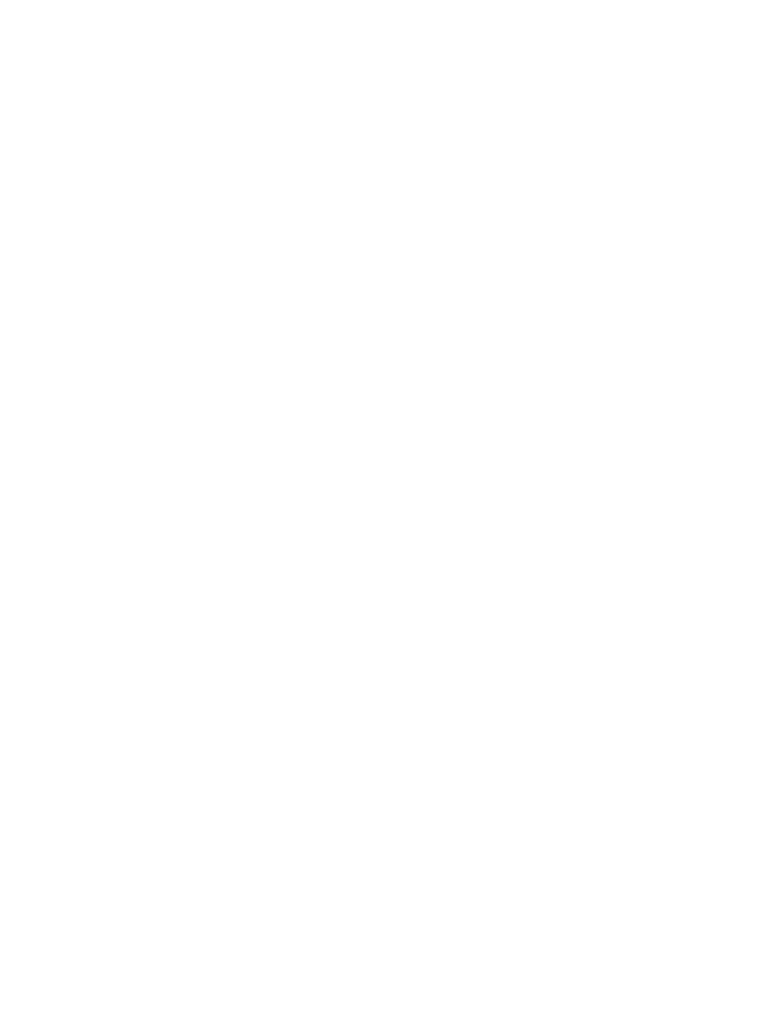
<source format=kicad_pcb>

(kicad_pcb
	(version 20241229)
	(generator "pcbnew")
	(generator_version "9.0")
	(general
		(thickness 1.6)
		(legacy_teardrops no)
	)
	(paper "A4")
	(layers
		(0 "F.Cu" signal)
		(4 "In1.Cu" signal)
		(6 "In2.Cu" signal)
		(2 "B.Cu" signal)
		(9 "F.Adhes" user "F.Adhesive")
		(11 "B.Adhes" user "B.Adhesive")
		(13 "F.Paste" user)
		(15 "B.Paste" user)
		(5 "F.SilkS" user "F.Silkscreen")
		(7 "B.SilkS" user "B.Silkscreen")
		(1 "F.Mask" user)
		(3 "B.Mask" user)
		(17 "Dwgs.User" user "User.Drawings")
		(19 "Cmts.User" user "User.Comments")
		(21 "Eco1.User" user "User.Eco1")
		(23 "Eco2.User" user "User.Eco2")
		(25 "Edge.Cuts" user)
		(27 "Margin" user)
		(31 "F.CrtYd" user "F.Courtyard")
		(29 "B.CrtYd" user "B.Courtyard")
		(35 "F.Fab" user)
		(33 "B.Fab" user)
		(39 "User.1" user)
		(41 "User.2" user)
		(43 "User.3" user)
		(45 "User.4" user)
	)
	(setup
		(stackup
			(layer "F.SilkS"
				(type "Top Silk Screen")
			)
			(layer "F.Paste"
				(type "Top Solder Paste")
			)
			(layer "F.Mask"
				(type "Top Solder Mask")
				(thickness 0.01)
			)
			(layer "F.Cu"
				(type "copper")
				(thickness 0.035)
			)
			(layer "dielectric 1"
				(type "prepreg")
				(thickness 0.1)
				(material "FR4")
				(epsilon_r 4.5)
				(loss_tangent 0.02)
			)
			(layer "In1.Cu"
				(type "copper")
				(thickness 0.035)
			)
			(layer "dielectric 2"
				(type "core")
				(thickness 1.24)
				(material "FR4")
				(epsilon_r 4.5)
				(loss_tangent 0.02)
			)
			(layer "In2.Cu"
				(type "copper")
				(thickness 0.035)
			)
			(layer "dielectric 3"
				(type "prepreg")
				(thickness 0.1)
				(material "FR4")
				(epsilon_r 4.5)
				(loss_tangent 0.02)
			)
			(layer "B.Cu"
				(type "copper")
				(thickness 0.035)
			)
			(layer "B.Mask"
				(type "Bottom Solder Mask")
				(thickness 0.01)
			)
			(layer "B.Paste"
				(type "Bottom Solder Paste")
			)
			(layer "B.SilkS"
				(type "Bottom Silk Screen")
			)
			(copper_finish "None")
			(dielectric_constraints no)
		)
        )






	(gr_rect
		(start 0 0)
		(end   43.2 27.9)
		(stroke (width 0.2) (type solid))
		(fill no)
		(layer "F.Fab")
	)

	(gr_line
		(start 3.900000000000002 0)
		(end 3.900000000000002 27.9)
		(stroke
			(width 0.2)
			(type default)
		)
		(layer F.Fab)
	)

	(gr_line
		(start 17.55 0)
		(end 17.55 27.9)
		(stroke
			(width 0.2)
			(type default)
		)
		(layer F.Fab)
	)

	(gr_line
		(start 25.650000000000002 0)
		(end 25.650000000000002 27.9)
		(stroke
			(width 0.2)
			(type default)
		)
		(layer F.Fab)
	)

	(gr_line
		(start 39.3 0)
		(end 39.3 27.9)
		(stroke
			(width 0.2)
			(type default)
		)
		(layer F.Fab)
	)

	(gr_arc
		(start 8.687500000000002 27.9)
		(mid 11.283266151734225 34.16673384826577)
		(end 17.55 36.7625)
		(stroke
			(width 3.5749999999999993)
			(type solid)
		)
		(layer "In1.Cu")
	)

	(gr_arc
		(start 25.650000000000002 36.7625)
		(mid 31.916733848265775 34.16673384826577)
		(end 34.512499999999996 27.9)
		(stroke
			(width 3.5749999999999993)
			(type solid)
		)
		(layer "In1.Cu")
	)

	(gr_arc
		(start 34.512499999999996 0)
		(mid 31.916733848265775 -6.266733848265775)
		(end 25.650000000000002 -8.862499999999999)
		(stroke
			(width 3.5749999999999993)
			(type solid)
		)
		(layer "In1.Cu")
	)

	(gr_line
		(start 8.687500000000002 0)
		(end 8.687500000000002 27.9)
		(stroke
			(width 3.5749999999999993)
			(type default)
		)
		(layer In1.Cu)
	)

	(gr_line
		(start 17.55 36.7625)
		(end 25.650000000000002 36.7625)
		(stroke
			(width 3.5749999999999993)
			(type default)
		)
		(layer In1.Cu)
	)

	(gr_line
		(start 34.512499999999996 27.9)
		(end 34.512499999999996 0)
		(stroke
			(width 3.5749999999999993)
			(type default)
		)
		(layer In1.Cu)
	)

	(gr_line
		(start 25.650000000000002 -8.862499999999999)
		(end 21.625 -8.862499999999999)
		(stroke
			(width 3.5749999999999993)
			(type default)
		)
		(layer In1.Cu)
	)

	(gr_arc
		(start 12.762500000000001 27.9)
		(mid 14.164726285069403 31.285273714930597)
		(end 17.55 32.6875)
		(stroke
			(width 3.5749999999999993)
			(type solid)
		)
		(layer "In1.Cu")
	)

	(gr_arc
		(start 25.650000000000002 32.6875)
		(mid 29.035273714930597 31.285273714930593)
		(end 30.437499999999996 27.9)
		(stroke
			(width 3.5749999999999993)
			(type solid)
		)
		(layer "In1.Cu")
	)

	(gr_arc
		(start 30.437499999999996 0)
		(mid 29.035273714930597 -3.3852737149305945)
		(end 25.650000000000002 -4.7875)
		(stroke
			(width 3.5749999999999993)
			(type solid)
		)
		(layer "In1.Cu")
	)

	(gr_line
		(start 12.762500000000001 0)
		(end 12.762500000000001 27.9)
		(stroke
			(width 3.5749999999999993)
			(type default)
		)
		(layer In1.Cu)
	)

	(gr_line
		(start 17.55 32.6875)
		(end 25.650000000000002 32.6875)
		(stroke
			(width 3.5749999999999993)
			(type default)
		)
		(layer In1.Cu)
	)

	(gr_line
		(start 30.437499999999996 27.9)
		(end 30.437499999999996 0)
		(stroke
			(width 3.5749999999999993)
			(type default)
		)
		(layer In1.Cu)
	)

	(gr_arc
		(start 21.625 -8.862499999999999)
		(mid 15.358266151734224 -6.266733848265776)
		(end 12.762500000000001 0)
		(stroke
			(width 3.5749999999999993)
			(type solid)
		)
		(layer "In1.Cu")
	)

	(gr_line
		(start 25.650000000000002 -4.7875)
		(end 25.650000000000002 -16.299999999999997)
		(stroke
			(width 3.5749999999999993)
			(type default)
		)
		(layer In2.Cu)
	)

)
</source>
